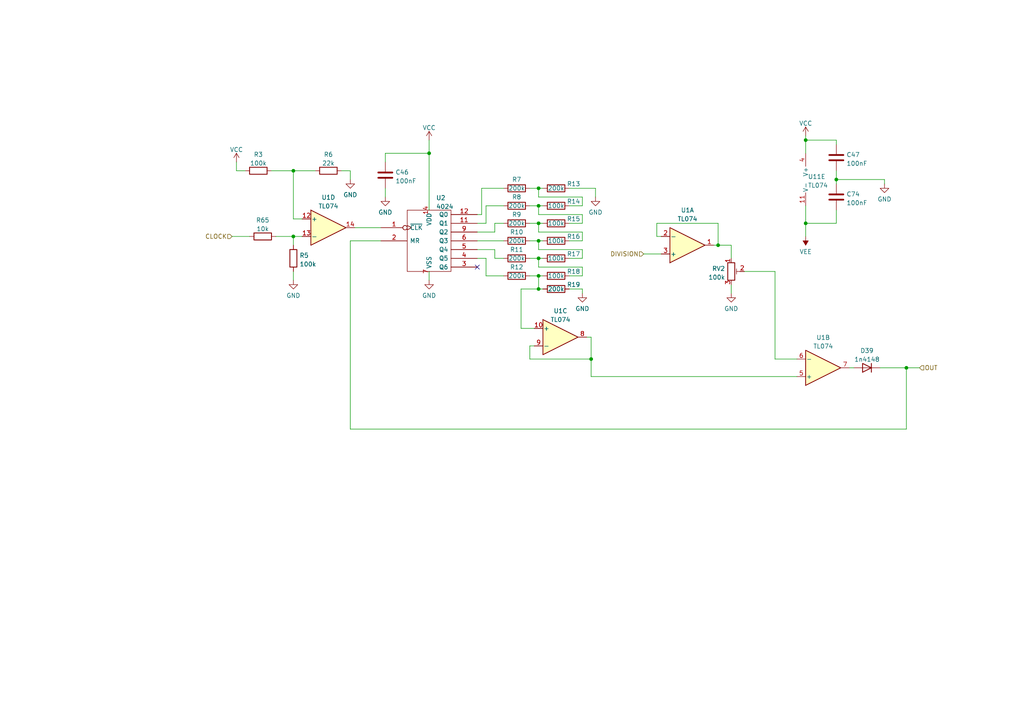
<source format=kicad_sch>
(kicad_sch (version 20211123) (generator eeschema)
  (paper "A4")
  (title_block (comment 2 "creativecommons.org/licenses/by/4.0/") (comment 3 "License: CC BY 4.0") (comment 4 "Author: Guy John"))
  (lib_symbols
    (symbol "4xxx_IEEE:4024" (pin_names (offset 0.762))
      (property "Reference" "U" (at 5.08 11.43 0))
      (property "Value" "4024" (at 10.16 -10.16 0))
      (symbol "4024_0_0"
        (rectangle (start -6.35 10.16) (end 6.35 -7.62))
        (pin power_in line (at 0 10.16 270) (length 0) (name "VDD") (number "14"))
        (pin power_in line (at 0 -7.62 90) (length 0) (name "VSS") (number "7"))
      )
      (symbol "4024_1_1"
        (pin input inverted_clock (at -13.97 5.08 0) (length 7.62) (name "~{CLK}") (number "1"))
        (pin output line (at 13.97 6.35 180) (length 7.62) (name "Q1") (number "11"))
        (pin output line (at 13.97 8.89 180) (length 7.62) (name "Q0") (number "12"))
        (pin input line (at -13.97 1.27 0) (length 7.62) (name "MR") (number "2"))
        (pin output line (at 13.97 -6.35 180) (length 7.62) (name "Q6") (number "3"))
        (pin output line (at 13.97 -3.81 180) (length 7.62) (name "Q5") (number "4"))
        (pin output line (at 13.97 -1.27 180) (length 7.62) (name "Q4") (number "5"))
        (pin output line (at 13.97 1.27 180) (length 7.62) (name "Q3") (number "6"))
        (pin output line (at 13.97 3.81 180) (length 7.62) (name "Q2") (number "9"))
      )
    )
    (symbol "Amplifier_Operational:TL074" (pin_names (offset 0.127))
      (property "Reference" "U" (at 0 5.08 0))
      (property "Value" "TL074" (at 0 -5.08 0))
      (symbol "TL074_1_1"
        (polyline (pts (xy -5.08 5.08) (xy 5.08 0) (xy -5.08 -5.08) (xy -5.08 5.08)) (stroke (width 0.254)) (fill (type background)))
        (pin output line (at 7.62 0 180) (length 2.54) (name "~") (number "1"))
        (pin input line (at -7.62 -2.54 0) (length 2.54) (name "-") (number "2"))
        (pin input line (at -7.62 2.54 0) (length 2.54) (name "+") (number "3"))
      )
      (symbol "TL074_2_1"
        (polyline (pts (xy -5.08 5.08) (xy 5.08 0) (xy -5.08 -5.08) (xy -5.08 5.08)) (stroke (width 0.254)) (fill (type background)))
        (pin input line (at -7.62 2.54 0) (length 2.54) (name "+") (number "5"))
        (pin input line (at -7.62 -2.54 0) (length 2.54) (name "-") (number "6"))
        (pin output line (at 7.62 0 180) (length 2.54) (name "~") (number "7"))
      )
      (symbol "TL074_3_1"
        (polyline (pts (xy -5.08 5.08) (xy 5.08 0) (xy -5.08 -5.08) (xy -5.08 5.08)) (stroke (width 0.254)) (fill (type background)))
        (pin input line (at -7.62 2.54 0) (length 2.54) (name "+") (number "10"))
        (pin output line (at 7.62 0 180) (length 2.54) (name "~") (number "8"))
        (pin input line (at -7.62 -2.54 0) (length 2.54) (name "-") (number "9"))
      )
      (symbol "TL074_4_1"
        (polyline (pts (xy -5.08 5.08) (xy 5.08 0) (xy -5.08 -5.08) (xy -5.08 5.08)) (stroke (width 0.254)) (fill (type background)))
        (pin input line (at -7.62 2.54 0) (length 2.54) (name "+") (number "12"))
        (pin input line (at -7.62 -2.54 0) (length 2.54) (name "-") (number "13"))
        (pin output line (at 7.62 0 180) (length 2.54) (name "~") (number "14"))
      )
      (symbol "TL074_5_1"
        (pin power_in line (at -2.54 -7.62 90) (length 3.81) (name "V-") (number "11"))
        (pin power_in line (at -2.54 7.62 270) (length 3.81) (name "V+") (number "4"))
      )
    )
    (symbol "Device:D" (pin_numbers hide) (pin_names (offset 1.016) hide)
      (property "Reference" "D" (at 0 2.54 0))
      (property "Value" "D" (at 0 -2.54 0))
      (symbol "D_0_1"
        (polyline (pts (xy -1.27 1.27) (xy -1.27 -1.27)) (stroke (width 0.254)))
        (polyline (pts (xy 1.27 0) (xy -1.27 0)))
        (polyline (pts (xy 1.27 1.27) (xy 1.27 -1.27) (xy -1.27 0) (xy 1.27 1.27)) (stroke (width 0.254)))
      )
      (symbol "D_1_1"
        (pin passive line (at -3.81 0 0) (length 2.54) (name "K") (number "1"))
        (pin passive line (at 3.81 0 180) (length 2.54) (name "A") (number "2"))
      )
    )
    (symbol "power:GND" (power) (pin_names (offset 0))
      (property "Value" "GND" (at 0 -3.81 0))
      (symbol "GND_0_1"
        (polyline (pts (xy 0 0) (xy 0 -1.27) (xy 1.27 -1.27) (xy 0 -2.54) (xy -1.27 -1.27) (xy 0 -1.27)))
      )
      (symbol "GND_1_1"
        (pin power_in line (at 0 0 270) (length 0) hide (name "GND") (number "1"))
      )
    )
    (symbol "power:VCC" (power) (pin_names (offset 0))
      (property "Value" "VCC" (at 0 3.81 0))
      (symbol "VCC_0_1"
        (polyline (pts (xy -0.762 1.27) (xy 0 2.54)))
        (polyline (pts (xy 0 0) (xy 0 2.54)))
        (polyline (pts (xy 0 2.54) (xy 0.762 1.27)))
      )
      (symbol "VCC_1_1"
        (pin power_in line (at 0 0 90) (length 0) hide (name "VCC") (number "1"))
      )
    )
    (symbol "power:VEE" (power) (pin_names (offset 0))
      (property "Value" "VEE" (at 0 3.81 0))
      (symbol "VEE_0_1"
        (polyline (pts (xy 0 0) (xy 0 2.54)))
        (polyline (pts (xy 0.762 1.27) (xy -0.762 1.27) (xy 0 2.54) (xy 0.762 1.27)) (fill (type outline)))
      )
      (symbol "VEE_1_1"
        (pin power_in line (at 0 0 90) (length 0) hide (name "VEE") (number "1"))
      )
    )
    (symbol "rumblesan-standard-parts:C" (pin_numbers hide) (pin_names (offset 0.254))
      (property "Reference" "C12" (at -3.175 0 90))
      (property "Value" "C" (at 1.905 1.905 90))
      (symbol "C_0_1"
        (polyline (pts (xy -2.032 -0.762) (xy 2.032 -0.762)) (stroke (width 0.508)))
        (polyline (pts (xy -2.032 0.762) (xy 2.032 0.762)) (stroke (width 0.508)))
      )
      (symbol "C_1_1"
        (pin passive line (at 0 3.81 270) (length 2.794) (name "~") (number "1"))
        (pin passive line (at 0 -3.81 90) (length 2.794) (name "~") (number "2"))
      )
    )
    (symbol "rumblesan-standard-parts:R" (pin_numbers hide) (pin_names (offset 0))
      (property "Reference" "R?" (at 0 0 90))
      (property "Value" "R" (at 0.635 1.905 90))
      (symbol "R_0_1"
        (rectangle (start 1.016 2.54) (end -1.016 -2.54) (stroke (width 0.254)))
      )
      (symbol "R_1_1"
        (pin passive line (at 0 -3.81 90) (length 1.27) (name "~") (number "1"))
        (pin passive line (at 0 3.81 270) (length 1.27) (name "~") (number "2"))
      )
    )
    (symbol "rumblesan-standard-parts:R_Potentiometer_Trim" (pin_names (offset 1.016) hide)
      (property "Reference" "RV1" (at -1.778 0.9085 0))
      (property "Value" "R_Potentiometer_Trim" (at -1.778 -1.8666 0))
      (symbol "R_Potentiometer_Trim_0_1"
        (polyline (pts (xy 1.524 0.762) (xy 1.524 -0.762)))
        (polyline (pts (xy 2.54 0) (xy 1.524 0)))
        (rectangle (start 1.016 2.54) (end -1.016 -2.54) (stroke (width 0.254)))
      )
      (symbol "R_Potentiometer_Trim_1_1"
        (pin passive line (at 0 3.81 270) (length 1.27) (name "1") (number "1"))
        (pin passive line (at 3.81 0 180) (length 1.27) (name "2") (number "2"))
        (pin passive line (at 0 -3.81 90) (length 1.27) (name "3") (number "3"))
      )
    )
  )
  (junction (at 233.68 64.77))
  (junction (at 156.21 64.77))
  (junction (at 156.21 80.01))
  (junction (at 208.28 71.12))
  (junction (at 85.09 68.58))
  (junction (at 233.68 40.64))
  (junction (at 156.21 69.85))
  (junction (at 171.45 104.14))
  (junction (at 156.21 74.93))
  (junction (at 156.21 54.61))
  (junction (at 242.57 52.07))
  (junction (at 156.21 83.82))
  (junction (at 156.21 59.69))
  (junction (at 124.46 44.45))
  (junction (at 262.89 106.68))
  (junction (at 85.09 49.53))
  (no_connect (at 138.43 77.47))
  (wire (pts (xy 154.94 95.25) (xy 151.13 95.25)))
  (wire (pts (xy 153.67 54.61) (xy 156.21 54.61)))
  (wire (pts (xy 85.09 49.53) (xy 91.44 49.53)))
  (wire (pts (xy 168.91 77.47) (xy 156.21 77.47)))
  (wire (pts (xy 68.58 49.53) (xy 71.12 49.53)))
  (wire (pts (xy 138.43 64.77) (xy 140.97 64.77)))
  (wire (pts (xy 139.7 62.23) (xy 139.7 54.61)))
  (wire (pts (xy 138.43 72.39) (xy 143.51 72.39)))
  (wire (pts (xy 138.43 62.23) (xy 139.7 62.23)))
  (wire (pts (xy 156.21 57.15) (xy 156.21 54.61)))
  (wire (pts (xy 165.1 69.85) (xy 168.91 69.85)))
  (wire (pts (xy 256.54 53.34) (xy 256.54 52.07)))
  (wire (pts (xy 233.68 40.64) (xy 233.68 44.45)))
  (wire (pts (xy 85.09 78.74) (xy 85.09 81.28)))
  (wire (pts (xy 153.67 80.01) (xy 156.21 80.01)))
  (wire (pts (xy 212.09 74.93) (xy 212.09 71.12)))
  (wire (pts (xy 233.68 59.69) (xy 233.68 64.77)))
  (wire (pts (xy 139.7 54.61) (xy 146.05 54.61)))
  (wire (pts (xy 208.28 64.77) (xy 190.5 64.77)))
  (wire (pts (xy 207.01 71.12) (xy 208.28 71.12)))
  (wire (pts (xy 140.97 59.69) (xy 146.05 59.69)))
  (wire (pts (xy 170.18 97.79) (xy 171.45 97.79)))
  (wire (pts (xy 101.6 69.85) (xy 110.49 69.85)))
  (wire (pts (xy 138.43 69.85) (xy 146.05 69.85)))
  (wire (pts (xy 233.68 64.77) (xy 233.68 68.58)))
  (wire (pts (xy 168.91 67.31) (xy 156.21 67.31)))
  (wire (pts (xy 215.9 78.74) (xy 224.79 78.74)))
  (wire (pts (xy 143.51 67.31) (xy 143.51 64.77)))
  (wire (pts (xy 231.14 109.22) (xy 171.45 109.22)))
  (wire (pts (xy 168.91 83.82) (xy 168.91 85.09)))
  (wire (pts (xy 156.21 74.93) (xy 157.48 74.93)))
  (wire (pts (xy 68.58 46.99) (xy 68.58 49.53)))
  (wire (pts (xy 156.21 59.69) (xy 157.48 59.69)))
  (wire (pts (xy 101.6 124.46) (xy 262.89 124.46)))
  (wire (pts (xy 190.5 64.77) (xy 190.5 68.58)))
  (wire (pts (xy 156.21 59.69) (xy 156.21 62.23)))
  (wire (pts (xy 140.97 74.93) (xy 140.97 80.01)))
  (wire (pts (xy 102.87 66.04) (xy 110.49 66.04)))
  (wire (pts (xy 165.1 59.69) (xy 168.91 59.69)))
  (wire (pts (xy 151.13 95.25) (xy 151.13 83.82)))
  (wire (pts (xy 262.89 124.46) (xy 262.89 106.68)))
  (wire (pts (xy 242.57 64.77) (xy 233.68 64.77)))
  (wire (pts (xy 171.45 104.14) (xy 153.67 104.14)))
  (wire (pts (xy 111.76 46.99) (xy 111.76 44.45)))
  (wire (pts (xy 140.97 64.77) (xy 140.97 59.69)))
  (wire (pts (xy 124.46 44.45) (xy 124.46 60.96)))
  (wire (pts (xy 143.51 64.77) (xy 146.05 64.77)))
  (wire (pts (xy 151.13 83.82) (xy 156.21 83.82)))
  (wire (pts (xy 186.69 73.66) (xy 191.77 73.66)))
  (wire (pts (xy 171.45 97.79) (xy 171.45 104.14)))
  (wire (pts (xy 190.5 68.58) (xy 191.77 68.58)))
  (wire (pts (xy 246.38 106.68) (xy 247.65 106.68)))
  (wire (pts (xy 168.91 59.69) (xy 168.91 57.15)))
  (wire (pts (xy 143.51 72.39) (xy 143.51 74.93)))
  (wire (pts (xy 156.21 72.39) (xy 156.21 69.85)))
  (wire (pts (xy 153.67 64.77) (xy 156.21 64.77)))
  (wire (pts (xy 208.28 71.12) (xy 208.28 64.77)))
  (wire (pts (xy 85.09 49.53) (xy 85.09 63.5)))
  (wire (pts (xy 156.21 83.82) (xy 157.48 83.82)))
  (wire (pts (xy 165.1 74.93) (xy 168.91 74.93)))
  (wire (pts (xy 153.67 69.85) (xy 156.21 69.85)))
  (wire (pts (xy 224.79 104.14) (xy 231.14 104.14)))
  (wire (pts (xy 138.43 74.93) (xy 140.97 74.93)))
  (wire (pts (xy 156.21 80.01) (xy 157.48 80.01)))
  (wire (pts (xy 172.72 54.61) (xy 172.72 57.15)))
  (wire (pts (xy 67.31 68.58) (xy 72.39 68.58)))
  (wire (pts (xy 168.91 80.01) (xy 168.91 77.47)))
  (wire (pts (xy 111.76 44.45) (xy 124.46 44.45)))
  (wire (pts (xy 242.57 60.96) (xy 242.57 64.77)))
  (wire (pts (xy 80.01 68.58) (xy 85.09 68.58)))
  (wire (pts (xy 99.06 49.53) (xy 101.6 49.53)))
  (wire (pts (xy 255.27 106.68) (xy 262.89 106.68)))
  (wire (pts (xy 168.91 69.85) (xy 168.91 67.31)))
  (wire (pts (xy 242.57 49.53) (xy 242.57 52.07)))
  (wire (pts (xy 156.21 64.77) (xy 156.21 67.31)))
  (wire (pts (xy 242.57 52.07) (xy 242.57 53.34)))
  (wire (pts (xy 168.91 62.23) (xy 156.21 62.23)))
  (wire (pts (xy 212.09 71.12) (xy 208.28 71.12)))
  (wire (pts (xy 262.89 106.68) (xy 266.7 106.68)))
  (wire (pts (xy 85.09 68.58) (xy 87.63 68.58)))
  (wire (pts (xy 156.21 83.82) (xy 156.21 80.01)))
  (wire (pts (xy 153.67 59.69) (xy 156.21 59.69)))
  (wire (pts (xy 140.97 80.01) (xy 146.05 80.01)))
  (wire (pts (xy 171.45 109.22) (xy 171.45 104.14)))
  (wire (pts (xy 101.6 69.85) (xy 101.6 124.46)))
  (wire (pts (xy 85.09 68.58) (xy 85.09 71.12)))
  (wire (pts (xy 156.21 69.85) (xy 157.48 69.85)))
  (wire (pts (xy 124.46 78.74) (xy 124.46 81.28)))
  (wire (pts (xy 165.1 64.77) (xy 168.91 64.77)))
  (wire (pts (xy 156.21 74.93) (xy 156.21 77.47)))
  (wire (pts (xy 111.76 54.61) (xy 111.76 57.15)))
  (wire (pts (xy 168.91 57.15) (xy 156.21 57.15)))
  (wire (pts (xy 242.57 41.91) (xy 242.57 40.64)))
  (wire (pts (xy 143.51 74.93) (xy 146.05 74.93)))
  (wire (pts (xy 101.6 49.53) (xy 101.6 52.07)))
  (wire (pts (xy 165.1 83.82) (xy 168.91 83.82)))
  (wire (pts (xy 156.21 54.61) (xy 157.48 54.61)))
  (wire (pts (xy 168.91 72.39) (xy 156.21 72.39)))
  (wire (pts (xy 165.1 80.01) (xy 168.91 80.01)))
  (wire (pts (xy 153.67 74.93) (xy 156.21 74.93)))
  (wire (pts (xy 78.74 49.53) (xy 85.09 49.53)))
  (wire (pts (xy 156.21 64.77) (xy 157.48 64.77)))
  (wire (pts (xy 168.91 64.77) (xy 168.91 62.23)))
  (wire (pts (xy 165.1 54.61) (xy 172.72 54.61)))
  (wire (pts (xy 212.09 82.55) (xy 212.09 85.09)))
  (wire (pts (xy 242.57 40.64) (xy 233.68 40.64)))
  (wire (pts (xy 168.91 74.93) (xy 168.91 72.39)))
  (wire (pts (xy 138.43 67.31) (xy 143.51 67.31)))
  (wire (pts (xy 87.63 63.5) (xy 85.09 63.5)))
  (wire (pts (xy 153.67 104.14) (xy 153.67 100.33)))
  (wire (pts (xy 224.79 78.74) (xy 224.79 104.14)))
  (wire (pts (xy 256.54 52.07) (xy 242.57 52.07)))
  (wire (pts (xy 153.67 100.33) (xy 154.94 100.33)))
  (wire (pts (xy 124.46 40.64) (xy 124.46 44.45)))
  (wire (pts (xy 233.68 39.37) (xy 233.68 40.64)))
  (hierarchical_label "DIVISION" (shape input) (at 186.69 73.66 180))
  (hierarchical_label "CLOCK" (shape input) (at 67.31 68.58 180))
  (hierarchical_label "OUT" (shape input) (at 266.7 106.68 0))
  (symbol (lib_id "rumblesan-standard-parts:R") (at 95.25 49.53 270) (unit 1)
    (property "Reference" "R6" (at 95.25 44.8142 90))
    (property "Value" "22k" (at 95.25 47.3511 90))
    (property "Footprint" "rumblesan-standard-parts:R_Axial_DIN0207_L6.3mm_D2.5mm_P10.16mm_Horizontal" (effects hide))
    (property "Tolerance" "1%" (effects hide))
    (property "Power" "0.5W" (effects hide))
    (property "Spec" "metal film" (effects hide))
  )
  (symbol (lib_id "rumblesan-standard-parts:R") (at 149.86 69.85 90) (unit 1)
    (property "Reference" "R10" (at 149.86 67.31 90))
    (property "Value" "200k" (at 149.86 69.85 90))
    (property "Footprint" "rumblesan-standard-parts:R_Axial_DIN0207_L6.3mm_D2.5mm_P10.16mm_Horizontal" (effects hide))
    (property "Tolerance" "1%" (effects hide))
    (property "Power" "0.5W" (effects hide))
    (property "Spec" "metal film" (effects hide))
  )
  (symbol (lib_id "rumblesan-standard-parts:R") (at 161.29 80.01 90) (unit 1)
    (property "Reference" "R18" (at 166.37 78.74 90))
    (property "Value" "100k" (at 161.29 80.01 90))
    (property "Footprint" "rumblesan-standard-parts:R_Axial_DIN0207_L6.3mm_D2.5mm_P10.16mm_Horizontal" (effects hide))
    (property "Tolerance" "1%" (effects hide))
    (property "Power" "0.5W" (effects hide))
    (property "Spec" "metal film" (effects hide))
  )
  (symbol (lib_id "rumblesan-standard-parts:R") (at 161.29 54.61 90) (unit 1)
    (property "Reference" "R13" (at 166.37 53.34 90))
    (property "Value" "200k" (at 161.29 54.61 90))
    (property "Footprint" "rumblesan-standard-parts:R_Axial_DIN0207_L6.3mm_D2.5mm_P10.16mm_Horizontal" (effects hide))
    (property "Tolerance" "1%" (effects hide))
    (property "Power" "0.5W" (effects hide))
    (property "Spec" "metal film" (effects hide))
  )
  (symbol (lib_id "power:GND") (at 101.6 52.07 0) (unit 1)
    (property "Reference" "#PWR0109" (effects hide))
    (property "Value" "GND" (at 101.6 56.5134 0))
  )
  (symbol (lib_id "Amplifier_Operational:TL074") (at 95.25 66.04 0) (unit 4)
    (property "Reference" "U1" (at 95.25 57.2602 0))
    (property "Value" "TL074" (at 95.25 59.7971 0))
    (property "Footprint" "rumblesan-standard-parts:DIP-14_W7.62mm_Socket" (effects hide))
    (property "Datasheet" "http://www.ti.com/lit/ds/symlink/tl071.pdf" (effects hide))
  )
  (symbol (lib_id "rumblesan-standard-parts:C") (at 242.57 45.72 0) (unit 1)
    (property "Reference" "C47" (at 245.491 44.8853 0) (effects (justify left)))
    (property "Value" "100nF" (at 245.491 47.4222 0) (effects (justify left)))
    (property "Footprint" "rumblesan-standard-parts:C_Rect_L7.0mm_W2.5mm_P5.00mm" (effects hide))
    (property "Spec" "ceramic X7R" (effects hide))
    (property "Tolerance" "5%" (effects hide))
  )
  (symbol (lib_id "rumblesan-standard-parts:R") (at 161.29 64.77 90) (unit 1)
    (property "Reference" "R15" (at 166.37 63.5 90))
    (property "Value" "100k" (at 161.29 64.77 90))
    (property "Footprint" "rumblesan-standard-parts:R_Axial_DIN0207_L6.3mm_D2.5mm_P10.16mm_Horizontal" (effects hide))
    (property "Tolerance" "1%" (effects hide))
    (property "Power" "0.5W" (effects hide))
    (property "Spec" "metal film" (effects hide))
  )
  (symbol (lib_id "Device:D") (at 251.46 106.68 180) (unit 1)
    (property "Reference" "D39" (at 251.46 101.7102 0))
    (property "Value" "1n4148" (at 251.46 104.2471 0))
    (property "Footprint" "rumblesan-standard-parts:D_DO-35_SOD27_P7.62mm_Horizontal" (effects hide))
  )
  (symbol (lib_id "power:VCC") (at 233.68 39.37 0) (unit 1)
    (property "Reference" "#PWR0117" (effects hide))
    (property "Value" "VCC" (at 233.68 35.7942 0))
  )
  (symbol (lib_id "rumblesan-standard-parts:R") (at 74.93 49.53 90) (unit 1)
    (property "Reference" "R3" (at 74.93 44.8142 90))
    (property "Value" "100k" (at 74.93 47.3511 90))
    (property "Footprint" "rumblesan-standard-parts:R_Axial_DIN0207_L6.3mm_D2.5mm_P10.16mm_Horizontal" (effects hide))
    (property "Tolerance" "1%" (effects hide))
    (property "Power" "0.5W" (effects hide))
    (property "Spec" "metal film" (effects hide))
  )
  (symbol (lib_id "power:VCC") (at 124.46 40.64 0) (unit 1)
    (property "Reference" "#PWR0111" (effects hide))
    (property "Value" "VCC" (at 124.46 37.0642 0))
  )
  (symbol (lib_id "power:GND") (at 85.09 81.28 0) (unit 1)
    (property "Reference" "#PWR0108" (effects hide))
    (property "Value" "GND" (at 85.09 85.7234 0))
  )
  (symbol (lib_id "power:GND") (at 172.72 57.15 0) (unit 1)
    (property "Reference" "#PWR0115" (effects hide))
    (property "Value" "GND" (at 172.72 61.5934 0))
  )
  (symbol (lib_id "rumblesan-standard-parts:R") (at 161.29 74.93 90) (unit 1)
    (property "Reference" "R17" (at 166.37 73.66 90))
    (property "Value" "100k" (at 161.29 74.93 90))
    (property "Footprint" "rumblesan-standard-parts:R_Axial_DIN0207_L6.3mm_D2.5mm_P10.16mm_Horizontal" (effects hide))
    (property "Tolerance" "1%" (effects hide))
    (property "Power" "0.5W" (effects hide))
    (property "Spec" "metal film" (effects hide))
  )
  (symbol (lib_id "rumblesan-standard-parts:R") (at 149.86 59.69 90) (unit 1)
    (property "Reference" "R8" (at 149.86 57.15 90))
    (property "Value" "200k" (at 149.86 59.69 90))
    (property "Footprint" "rumblesan-standard-parts:R_Axial_DIN0207_L6.3mm_D2.5mm_P10.16mm_Horizontal" (effects hide))
    (property "Tolerance" "1%" (effects hide))
    (property "Power" "0.5W" (effects hide))
    (property "Spec" "metal film" (effects hide))
  )
  (symbol (lib_id "Amplifier_Operational:TL074") (at 199.39 71.12 0) (mirror x) (unit 1)
    (property "Reference" "U1" (at 199.39 60.96 0))
    (property "Value" "TL074" (at 199.39 63.5 0))
    (property "Footprint" "rumblesan-standard-parts:DIP-14_W7.62mm_Socket" (effects hide))
    (property "Datasheet" "http://www.ti.com/lit/ds/symlink/tl071.pdf" (effects hide))
  )
  (symbol (lib_id "rumblesan-standard-parts:C") (at 242.57 57.15 0) (unit 1)
    (property "Reference" "C74" (at 245.491 56.3153 0) (effects (justify left)))
    (property "Value" "100nF" (at 245.491 58.8522 0) (effects (justify left)))
    (property "Footprint" "rumblesan-standard-parts:C_Rect_L7.0mm_W2.5mm_P5.00mm" (effects hide))
    (property "Spec" "ceramic X7R" (effects hide))
    (property "Tolerance" "5%" (effects hide))
  )
  (symbol (lib_id "power:VCC") (at 68.58 46.99 0) (unit 1)
    (property "Reference" "#PWR0107" (effects hide))
    (property "Value" "VCC" (at 68.58 43.4142 0))
  )
  (symbol (lib_id "rumblesan-standard-parts:R") (at 161.29 59.69 90) (unit 1)
    (property "Reference" "R14" (at 166.37 58.42 90))
    (property "Value" "100k" (at 161.29 59.69 90))
    (property "Footprint" "rumblesan-standard-parts:R_Axial_DIN0207_L6.3mm_D2.5mm_P10.16mm_Horizontal" (effects hide))
    (property "Tolerance" "1%" (effects hide))
    (property "Power" "0.5W" (effects hide))
    (property "Spec" "metal film" (effects hide))
  )
  (symbol (lib_id "rumblesan-standard-parts:R_Potentiometer_Trim") (at 212.09 78.74 0) (unit 1)
    (property "Reference" "RV2" (at 210.3121 77.9053 0) (effects (justify right)))
    (property "Value" "100k" (at 210.3121 80.4422 0) (effects (justify right)))
    (property "Footprint" "rumblesan-standard-parts:Potentiometer_THT_Bourns_3306P_Vertical" (effects hide))
    (property "Spec" "single turn" (effects hide))
  )
  (symbol (lib_id "rumblesan-standard-parts:R") (at 149.86 74.93 90) (unit 1)
    (property "Reference" "R11" (at 149.86 72.39 90))
    (property "Value" "200k" (at 149.86 74.93 90))
    (property "Footprint" "rumblesan-standard-parts:R_Axial_DIN0207_L6.3mm_D2.5mm_P10.16mm_Horizontal" (effects hide))
    (property "Tolerance" "1%" (effects hide))
    (property "Power" "0.5W" (effects hide))
    (property "Spec" "metal film" (effects hide))
  )
  (symbol (lib_id "power:GND") (at 124.46 81.28 0) (unit 1)
    (property "Reference" "#PWR0112" (effects hide))
    (property "Value" "GND" (at 124.46 85.7234 0))
  )
  (symbol (lib_id "4xxx_IEEE:4024") (at 124.46 71.12 0) (unit 1)
    (property "Reference" "U2" (at 126.4794 57.3872 0) (effects (justify left)))
    (property "Value" "4024" (at 126.4794 59.9241 0) (effects (justify left)))
    (property "Footprint" "rumblesan-standard-parts:DIP-14_W7.62mm_Socket" (effects hide))
  )
  (symbol (lib_id "rumblesan-standard-parts:R") (at 85.09 74.93 180) (unit 1)
    (property "Reference" "R5" (at 86.868 74.0953 0) (effects (justify right)))
    (property "Value" "100k" (at 86.868 76.6322 0) (effects (justify right)))
    (property "Footprint" "rumblesan-standard-parts:R_Axial_DIN0207_L6.3mm_D2.5mm_P10.16mm_Horizontal" (effects hide))
    (property "Tolerance" "1%" (effects hide))
    (property "Power" "0.5W" (effects hide))
    (property "Spec" "metal film" (effects hide))
  )
  (symbol (lib_id "Amplifier_Operational:TL074") (at 162.56 97.79 0) (unit 3)
    (property "Reference" "U1" (at 162.56 90.17 0))
    (property "Value" "TL074" (at 162.56 92.71 0))
    (property "Footprint" "rumblesan-standard-parts:DIP-14_W7.62mm_Socket" (effects hide))
    (property "Datasheet" "http://www.ti.com/lit/ds/symlink/tl071.pdf" (effects hide))
  )
  (symbol (lib_id "power:VEE") (at 233.68 68.58 180) (unit 1)
    (property "Reference" "#PWR0106" (effects hide))
    (property "Value" "VEE" (at 233.68 73.0234 0))
  )
  (symbol (lib_id "rumblesan-standard-parts:R") (at 149.86 64.77 90) (unit 1)
    (property "Reference" "R9" (at 149.86 62.23 90))
    (property "Value" "200k" (at 149.86 64.77 90))
    (property "Footprint" "rumblesan-standard-parts:R_Axial_DIN0207_L6.3mm_D2.5mm_P10.16mm_Horizontal" (effects hide))
    (property "Tolerance" "1%" (effects hide))
    (property "Power" "0.5W" (effects hide))
    (property "Spec" "metal film" (effects hide))
  )
  (symbol (lib_id "rumblesan-standard-parts:R") (at 161.29 83.82 270) (unit 1)
    (property "Reference" "R19" (at 166.37 82.55 90))
    (property "Value" "200k" (at 161.29 83.82 90))
    (property "Footprint" "rumblesan-standard-parts:R_Axial_DIN0207_L6.3mm_D2.5mm_P10.16mm_Horizontal" (effects hide))
    (property "Tolerance" "1%" (effects hide))
    (property "Power" "0.5W" (effects hide))
    (property "Spec" "metal film" (effects hide))
  )
  (symbol (lib_id "Amplifier_Operational:TL074") (at 236.22 52.07 0) (unit 5)
    (property "Reference" "U11" (at 234.315 51.2353 0) (effects (justify left)))
    (property "Value" "TL074" (at 234.315 53.7722 0) (effects (justify left)))
    (property "Footprint" "rumblesan-standard-parts:DIP-14_W7.62mm_Socket" (effects hide))
    (property "Datasheet" "http://www.ti.com/lit/ds/symlink/tl071.pdf" (effects hide))
  )
  (symbol (lib_id "power:GND") (at 111.76 57.15 0) (unit 1)
    (property "Reference" "#PWR0110" (effects hide))
    (property "Value" "GND" (at 111.76 61.5934 0))
  )
  (symbol (lib_id "rumblesan-standard-parts:R") (at 149.86 54.61 90) (unit 1)
    (property "Reference" "R7" (at 149.86 52.07 90))
    (property "Value" "200k" (at 149.86 54.61 90))
    (property "Footprint" "rumblesan-standard-parts:R_Axial_DIN0207_L6.3mm_D2.5mm_P10.16mm_Horizontal" (effects hide))
    (property "Tolerance" "1%" (effects hide))
    (property "Power" "0.5W" (effects hide))
    (property "Spec" "metal film" (effects hide))
  )
  (symbol (lib_id "Amplifier_Operational:TL074") (at 238.76 106.68 0) (mirror x) (unit 2)
    (property "Reference" "U1" (at 238.76 97.9002 0))
    (property "Value" "TL074" (at 238.76 100.4371 0))
    (property "Footprint" "rumblesan-standard-parts:DIP-14_W7.62mm_Socket" (effects hide))
    (property "Datasheet" "http://www.ti.com/lit/ds/symlink/tl071.pdf" (effects hide))
  )
  (symbol (lib_id "rumblesan-standard-parts:C") (at 111.76 50.8 0) (unit 1)
    (property "Reference" "C46" (at 114.681 49.9653 0) (effects (justify left)))
    (property "Value" "100nF" (at 114.681 52.5022 0) (effects (justify left)))
    (property "Footprint" "rumblesan-standard-parts:C_Rect_L7.0mm_W2.5mm_P5.00mm" (effects hide))
    (property "Spec" "ceramic X7R" (effects hide))
    (property "Tolerance" "5%" (effects hide))
  )
  (symbol (lib_id "rumblesan-standard-parts:R") (at 76.2 68.58 270) (mirror x) (unit 1)
    (property "Reference" "R65" (at 76.2 63.8642 90))
    (property "Value" "10k" (at 76.2 66.4011 90))
    (property "Footprint" "rumblesan-standard-parts:R_Axial_DIN0207_L6.3mm_D2.5mm_P10.16mm_Horizontal" (effects hide))
    (property "Tolerance" "1%" (effects hide))
    (property "Power" "0.5W" (effects hide))
    (property "Spec" "metal film" (effects hide))
  )
  (symbol (lib_id "power:GND") (at 212.09 85.09 0) (unit 1)
    (property "Reference" "#PWR0113" (effects hide))
    (property "Value" "GND" (at 212.09 89.5334 0))
  )
  (symbol (lib_id "power:GND") (at 256.54 53.34 0) (unit 1)
    (property "Reference" "#PWR0119" (effects hide))
    (property "Value" "GND" (at 256.54 57.7834 0))
  )
  (symbol (lib_id "power:GND") (at 168.91 85.09 0) (unit 1)
    (property "Reference" "#PWR0114" (effects hide))
    (property "Value" "GND" (at 168.91 89.5334 0))
  )
  (symbol (lib_id "rumblesan-standard-parts:R") (at 149.86 80.01 90) (unit 1)
    (property "Reference" "R12" (at 149.86 77.47 90))
    (property "Value" "200k" (at 149.86 80.01 90))
    (property "Footprint" "rumblesan-standard-parts:R_Axial_DIN0207_L6.3mm_D2.5mm_P10.16mm_Horizontal" (effects hide))
    (property "Tolerance" "1%" (effects hide))
    (property "Power" "0.5W" (effects hide))
    (property "Spec" "metal film" (effects hide))
  )
  (symbol (lib_id "rumblesan-standard-parts:R") (at 161.29 69.85 90) (unit 1)
    (property "Reference" "R16" (at 166.37 68.58 90))
    (property "Value" "100k" (at 161.29 69.85 90))
    (property "Footprint" "rumblesan-standard-parts:R_Axial_DIN0207_L6.3mm_D2.5mm_P10.16mm_Horizontal" (effects hide))
    (property "Tolerance" "1%" (effects hide))
    (property "Power" "0.5W" (effects hide))
    (property "Spec" "metal film" (effects hide))
  )
)
</source>
